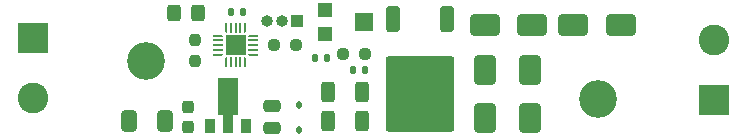
<source format=gbr>
%TF.GenerationSoftware,KiCad,Pcbnew,7.0.7*%
%TF.CreationDate,2023-10-02T21:32:42+02:00*%
%TF.ProjectId,circuitBreaker2.0,63697263-7569-4744-9272-65616b657232,rev?*%
%TF.SameCoordinates,Original*%
%TF.FileFunction,Soldermask,Top*%
%TF.FilePolarity,Negative*%
%FSLAX46Y46*%
G04 Gerber Fmt 4.6, Leading zero omitted, Abs format (unit mm)*
G04 Created by KiCad (PCBNEW 7.0.7) date 2023-10-02 21:32:42*
%MOMM*%
%LPD*%
G01*
G04 APERTURE LIST*
G04 Aperture macros list*
%AMRoundRect*
0 Rectangle with rounded corners*
0 $1 Rounding radius*
0 $2 $3 $4 $5 $6 $7 $8 $9 X,Y pos of 4 corners*
0 Add a 4 corners polygon primitive as box body*
4,1,4,$2,$3,$4,$5,$6,$7,$8,$9,$2,$3,0*
0 Add four circle primitives for the rounded corners*
1,1,$1+$1,$2,$3*
1,1,$1+$1,$4,$5*
1,1,$1+$1,$6,$7*
1,1,$1+$1,$8,$9*
0 Add four rect primitives between the rounded corners*
20,1,$1+$1,$2,$3,$4,$5,0*
20,1,$1+$1,$4,$5,$6,$7,0*
20,1,$1+$1,$6,$7,$8,$9,0*
20,1,$1+$1,$8,$9,$2,$3,0*%
%AMFreePoly0*
4,1,9,3.862500,-0.866500,0.737500,-0.866500,0.737500,-0.450000,-0.737500,-0.450000,-0.737500,0.450000,0.737500,0.450000,0.737500,0.866500,3.862500,0.866500,3.862500,-0.866500,3.862500,-0.866500,$1*%
%AMFreePoly1*
4,1,14,0.334644,0.085355,0.385355,0.034644,0.400000,-0.000711,0.400000,-0.050000,0.385355,-0.085355,0.350000,-0.100000,-0.350000,-0.100000,-0.385355,-0.085355,-0.400000,-0.050000,-0.400000,0.050000,-0.385355,0.085355,-0.350000,0.100000,0.299289,0.100000,0.334644,0.085355,0.334644,0.085355,$1*%
%AMFreePoly2*
4,1,14,0.385355,0.085355,0.400000,0.050000,0.400000,0.000711,0.385355,-0.034644,0.334644,-0.085355,0.299289,-0.100000,-0.350000,-0.100000,-0.385355,-0.085355,-0.400000,-0.050000,-0.400000,0.050000,-0.385355,0.085355,-0.350000,0.100000,0.350000,0.100000,0.385355,0.085355,0.385355,0.085355,$1*%
%AMFreePoly3*
4,1,14,0.085355,0.385355,0.100000,0.350000,0.100000,-0.350000,0.085355,-0.385355,0.050000,-0.400000,-0.050000,-0.400000,-0.085355,-0.385355,-0.100000,-0.350000,-0.100000,0.299289,-0.085355,0.334644,-0.034644,0.385355,0.000711,0.400000,0.050000,0.400000,0.085355,0.385355,0.085355,0.385355,$1*%
%AMFreePoly4*
4,1,14,0.034644,0.385355,0.085355,0.334644,0.100000,0.299289,0.100000,-0.350000,0.085355,-0.385355,0.050000,-0.400000,-0.050000,-0.400000,-0.085355,-0.385355,-0.100000,-0.350000,-0.100000,0.350000,-0.085355,0.385355,-0.050000,0.400000,-0.000711,0.400000,0.034644,0.385355,0.034644,0.385355,$1*%
%AMFreePoly5*
4,1,14,0.385355,0.085355,0.400000,0.050000,0.400000,-0.050000,0.385355,-0.085355,0.350000,-0.100000,-0.299289,-0.100000,-0.334644,-0.085355,-0.385355,-0.034644,-0.400000,0.000711,-0.400000,0.050000,-0.385355,0.085355,-0.350000,0.100000,0.350000,0.100000,0.385355,0.085355,0.385355,0.085355,$1*%
%AMFreePoly6*
4,1,14,0.385355,0.085355,0.400000,0.050000,0.400000,-0.050000,0.385355,-0.085355,0.350000,-0.100000,-0.350000,-0.100000,-0.385355,-0.085355,-0.400000,-0.050000,-0.400000,-0.000711,-0.385355,0.034644,-0.334644,0.085355,-0.299289,0.100000,0.350000,0.100000,0.385355,0.085355,0.385355,0.085355,$1*%
%AMFreePoly7*
4,1,14,0.085355,0.385355,0.100000,0.350000,0.100000,-0.299289,0.085355,-0.334644,0.034644,-0.385355,-0.000711,-0.400000,-0.050000,-0.400000,-0.085355,-0.385355,-0.100000,-0.350000,-0.100000,0.350000,-0.085355,0.385355,-0.050000,0.400000,0.050000,0.400000,0.085355,0.385355,0.085355,0.385355,$1*%
%AMFreePoly8*
4,1,14,0.085355,0.385355,0.100000,0.350000,0.100000,-0.350000,0.085355,-0.385355,0.050000,-0.400000,0.000711,-0.400000,-0.034644,-0.385355,-0.085355,-0.334644,-0.100000,-0.299289,-0.100000,0.350000,-0.085355,0.385355,-0.050000,0.400000,0.050000,0.400000,0.085355,0.385355,0.085355,0.385355,$1*%
G04 Aperture macros list end*
%ADD10R,1.200000X1.200000*%
%ADD11R,1.500000X1.600000*%
%ADD12RoundRect,0.237500X-0.237500X0.250000X-0.237500X-0.250000X0.237500X-0.250000X0.237500X0.250000X0*%
%ADD13R,2.600000X2.600000*%
%ADD14C,2.600000*%
%ADD15RoundRect,0.250000X0.325000X0.450000X-0.325000X0.450000X-0.325000X-0.450000X0.325000X-0.450000X0*%
%ADD16RoundRect,0.250000X0.650000X-1.000000X0.650000X1.000000X-0.650000X1.000000X-0.650000X-1.000000X0*%
%ADD17RoundRect,0.250000X-0.312500X-0.625000X0.312500X-0.625000X0.312500X0.625000X-0.312500X0.625000X0*%
%ADD18RoundRect,0.250000X0.412500X0.650000X-0.412500X0.650000X-0.412500X-0.650000X0.412500X-0.650000X0*%
%ADD19RoundRect,0.140000X-0.140000X-0.170000X0.140000X-0.170000X0.140000X0.170000X-0.140000X0.170000X0*%
%ADD20RoundRect,0.237500X0.250000X0.237500X-0.250000X0.237500X-0.250000X-0.237500X0.250000X-0.237500X0*%
%ADD21RoundRect,0.250000X-1.000000X-0.650000X1.000000X-0.650000X1.000000X0.650000X-1.000000X0.650000X0*%
%ADD22C,3.200000*%
%ADD23RoundRect,0.250000X-0.650000X1.000000X-0.650000X-1.000000X0.650000X-1.000000X0.650000X1.000000X0*%
%ADD24RoundRect,0.250000X0.312500X0.625000X-0.312500X0.625000X-0.312500X-0.625000X0.312500X-0.625000X0*%
%ADD25RoundRect,0.250000X0.475000X-0.250000X0.475000X0.250000X-0.475000X0.250000X-0.475000X-0.250000X0*%
%ADD26RoundRect,0.250000X-0.350000X0.850000X-0.350000X-0.850000X0.350000X-0.850000X0.350000X0.850000X0*%
%ADD27RoundRect,0.249997X-2.650003X2.950003X-2.650003X-2.950003X2.650003X-2.950003X2.650003X2.950003X0*%
%ADD28RoundRect,0.112500X0.112500X-0.187500X0.112500X0.187500X-0.112500X0.187500X-0.112500X-0.187500X0*%
%ADD29RoundRect,0.140000X0.140000X0.170000X-0.140000X0.170000X-0.140000X-0.170000X0.140000X-0.170000X0*%
%ADD30R,1.000000X1.000000*%
%ADD31O,1.000000X1.000000*%
%ADD32R,0.900000X1.300000*%
%ADD33FreePoly0,90.000000*%
%ADD34RoundRect,0.237500X0.237500X-0.300000X0.237500X0.300000X-0.237500X0.300000X-0.237500X-0.300000X0*%
%ADD35FreePoly1,270.000000*%
%ADD36RoundRect,0.050000X-0.050000X0.350000X-0.050000X-0.350000X0.050000X-0.350000X0.050000X0.350000X0*%
%ADD37FreePoly2,270.000000*%
%ADD38FreePoly3,270.000000*%
%ADD39RoundRect,0.050000X-0.350000X0.050000X-0.350000X-0.050000X0.350000X-0.050000X0.350000X0.050000X0*%
%ADD40FreePoly4,270.000000*%
%ADD41FreePoly5,270.000000*%
%ADD42FreePoly6,270.000000*%
%ADD43FreePoly7,270.000000*%
%ADD44FreePoly8,270.000000*%
%ADD45R,1.700000X1.700000*%
G04 APERTURE END LIST*
D10*
%TO.C,RV101*%
X115929000Y-66945000D03*
D11*
X119179000Y-67945000D03*
D10*
X115929000Y-68945000D03*
%TD*%
D12*
%TO.C,R110*%
X104902000Y-69445500D03*
X104902000Y-71270500D03*
%TD*%
D13*
%TO.C,J103*%
X148805000Y-74545000D03*
D14*
X148805000Y-69465000D03*
%TD*%
D15*
%TO.C,D111*%
X105165000Y-67183000D03*
X103115000Y-67183000D03*
%TD*%
D16*
%TO.C,D109*%
X133222000Y-76041000D03*
X133222000Y-72041000D03*
%TD*%
D17*
%TO.C,R107*%
X116139500Y-73843500D03*
X119064500Y-73843500D03*
%TD*%
D18*
%TO.C,C203*%
X102400500Y-76327000D03*
X99275500Y-76327000D03*
%TD*%
D19*
%TO.C,C101*%
X115090000Y-70993000D03*
X116050000Y-70993000D03*
%TD*%
D20*
%TO.C,R109*%
X113434500Y-69850000D03*
X111609500Y-69850000D03*
%TD*%
D19*
%TO.C,C104*%
X107978000Y-67056000D03*
X108938000Y-67056000D03*
%TD*%
D21*
%TO.C,D107*%
X136937000Y-68199000D03*
X140937000Y-68199000D03*
%TD*%
D22*
%TO.C,REF\u002A\u002A*%
X139000000Y-74500000D03*
%TD*%
D23*
%TO.C,D108*%
X129412000Y-72041000D03*
X129412000Y-76041000D03*
%TD*%
D21*
%TO.C,D106*%
X129444000Y-68199000D03*
X133444000Y-68199000D03*
%TD*%
D24*
%TO.C,R106*%
X119064500Y-76327000D03*
X116139500Y-76327000D03*
%TD*%
D25*
%TO.C,C201*%
X111458000Y-76919000D03*
X111458000Y-75019000D03*
%TD*%
D26*
%TO.C,Q102*%
X126232000Y-67726000D03*
D27*
X123952000Y-74026000D03*
D26*
X121672000Y-67726000D03*
%TD*%
D28*
%TO.C,D110*%
X113744000Y-77080000D03*
X113744000Y-74980000D03*
%TD*%
D22*
%TO.C,REF\u002A\u002A*%
X100711000Y-71247000D03*
%TD*%
D13*
%TO.C,J104*%
X91195000Y-69337000D03*
D14*
X91195000Y-74417000D03*
%TD*%
D29*
%TO.C,C103*%
X119253000Y-72009000D03*
X118293000Y-72009000D03*
%TD*%
D20*
%TO.C,R108*%
X119276500Y-70612000D03*
X117451500Y-70612000D03*
%TD*%
D30*
%TO.C,J105*%
X113538000Y-67818000D03*
D31*
X112268000Y-67818000D03*
X110998000Y-67818000D03*
%TD*%
D32*
%TO.C,U201*%
X106196000Y-76707000D03*
D33*
X107696000Y-76619500D03*
D32*
X109196000Y-76707000D03*
%TD*%
D34*
%TO.C,C202*%
X104346000Y-76831500D03*
X104346000Y-75106500D03*
%TD*%
D35*
%TO.C,U101*%
X109131000Y-68453000D03*
D36*
X108731000Y-68453000D03*
X108331000Y-68453000D03*
X107931000Y-68453000D03*
D37*
X107531000Y-68453000D03*
D38*
X106881000Y-69103000D03*
D39*
X106881000Y-69503000D03*
X106881000Y-69903000D03*
X106881000Y-70303000D03*
D40*
X106881000Y-70703000D03*
D41*
X107531000Y-71353000D03*
D36*
X107931000Y-71353000D03*
X108331000Y-71353000D03*
X108731000Y-71353000D03*
D42*
X109131000Y-71353000D03*
D43*
X109781000Y-70703000D03*
D39*
X109781000Y-70303000D03*
X109781000Y-69903000D03*
X109781000Y-69503000D03*
D44*
X109781000Y-69103000D03*
D45*
X108331000Y-69903000D03*
%TD*%
M02*

</source>
